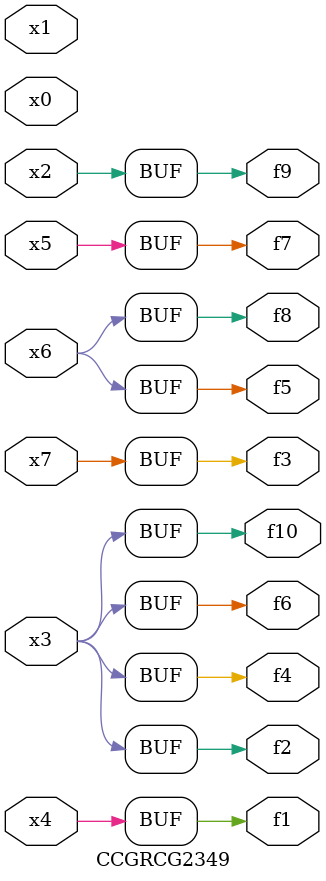
<source format=v>
module CCGRCG2349(
	input x0, x1, x2, x3, x4, x5, x6, x7,
	output f1, f2, f3, f4, f5, f6, f7, f8, f9, f10
);
	assign f1 = x4;
	assign f2 = x3;
	assign f3 = x7;
	assign f4 = x3;
	assign f5 = x6;
	assign f6 = x3;
	assign f7 = x5;
	assign f8 = x6;
	assign f9 = x2;
	assign f10 = x3;
endmodule

</source>
